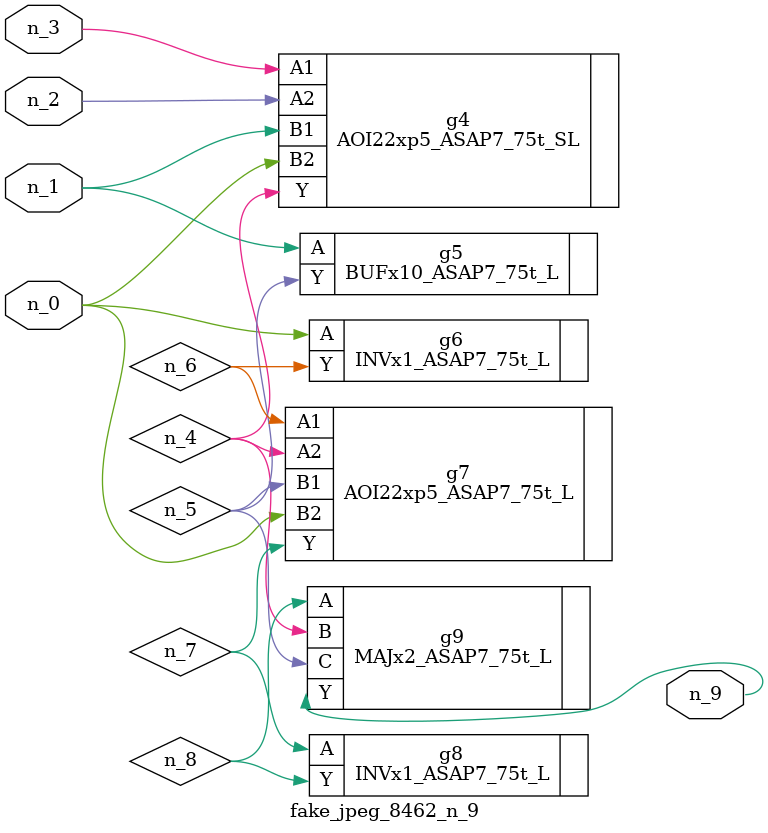
<source format=v>
module fake_jpeg_8462_n_9 (n_0, n_3, n_2, n_1, n_9);

input n_0;
input n_3;
input n_2;
input n_1;

output n_9;

wire n_4;
wire n_8;
wire n_6;
wire n_5;
wire n_7;

AOI22xp5_ASAP7_75t_SL g4 ( 
.A1(n_3),
.A2(n_2),
.B1(n_1),
.B2(n_0),
.Y(n_4)
);

BUFx10_ASAP7_75t_L g5 ( 
.A(n_1),
.Y(n_5)
);

INVx1_ASAP7_75t_L g6 ( 
.A(n_0),
.Y(n_6)
);

AOI22xp5_ASAP7_75t_L g7 ( 
.A1(n_6),
.A2(n_4),
.B1(n_5),
.B2(n_0),
.Y(n_7)
);

INVx1_ASAP7_75t_L g8 ( 
.A(n_7),
.Y(n_8)
);

MAJx2_ASAP7_75t_L g9 ( 
.A(n_8),
.B(n_4),
.C(n_5),
.Y(n_9)
);


endmodule
</source>
